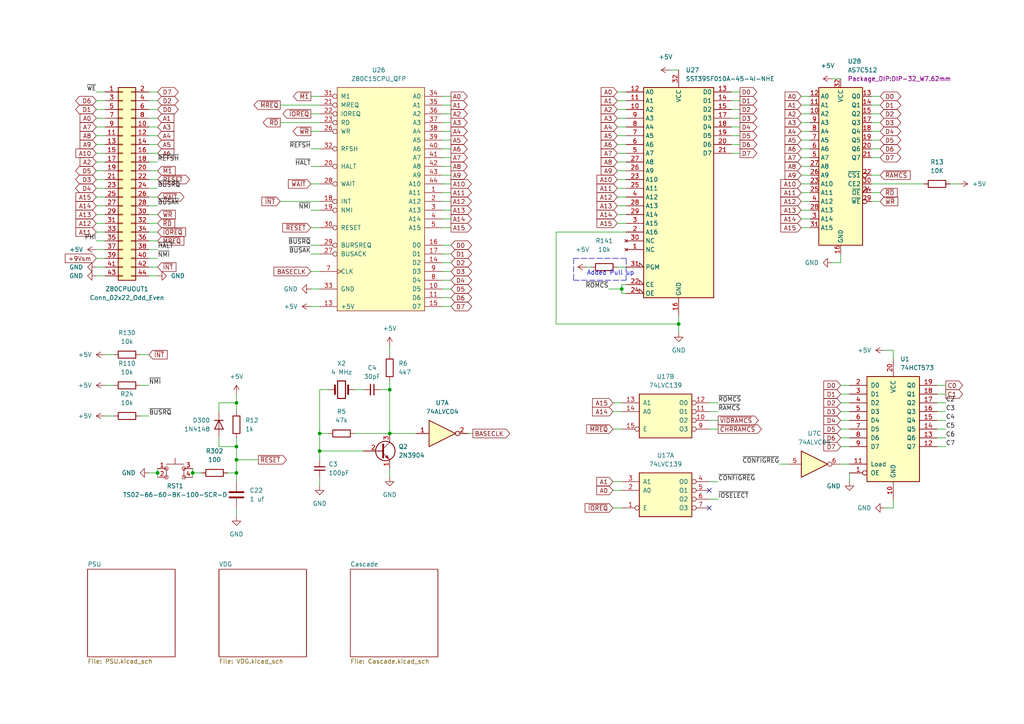
<source format=kicad_sch>
(kicad_sch (version 20211123) (generator eeschema)
  (paper "A4")
  (title_block (title "JupiterAce Z80 plus KIO and new memory format.") (date "2020-05-12") (rev "${REVNUM}") (company "Ontobus") (comment 1 "John Bradley") (comment 2 "https://creativecommons.org/licenses/by-nc-sa/4.0/") (comment 3 "Attribution-NonCommercial-ShareAlike 4.0 International License.") (comment 4 "This work is licensed under a Creative Commons "))
  (junction (at 68.58 116.84))
  (junction (at 113.03 125.73))
  (junction (at 68.58 133.35))
  (junction (at 68.58 137.16))
  (junction (at 196.85 93.98))
  (junction (at 55.88 137.16))
  (junction (at 92.71 130.81))
  (junction (at 113.03 113.03))
  (junction (at 45.72 137.16))
  (junction (at 92.71 125.73))
  (junction (at 68.58 129.54))
  (junction (at 180.34 83.82))
  (no_connect (at 205.74 142.24))
  (no_connect (at 205.74 147.32))
  (wire (pts (xy 102.87 113.03) (xy 105.41 113.03)))
  (wire (pts (xy 33.02 111.76) (xy 30.48 111.76)))
  (wire (pts (xy 43.18 57.15) (xy 45.72 57.15)))
  (wire (pts (xy 92.71 30.48) (xy 81.28 30.48)))
  (wire (pts (xy 271.78 121.92) (xy 274.32 121.92)))
  (wire (pts (xy 246.38 119.38) (xy 243.84 119.38)))
  (wire (pts (xy 181.61 31.75) (xy 179.07 31.75)))
  (wire (pts (xy 196.85 93.98) (xy 161.29 93.98)))
  (wire (pts (xy 92.71 48.26) (xy 90.17 48.26)))
  (wire (pts (xy 30.48 31.75) (xy 27.94 31.75)))
  (wire (pts (xy 128.27 35.56) (xy 130.81 35.56)))
  (wire (pts (xy 66.04 137.16) (xy 68.58 137.16)))
  (wire (pts (xy 30.48 52.07) (xy 27.94 52.07)))
  (wire (pts (xy 43.18 39.37) (xy 45.72 39.37)))
  (wire (pts (xy 43.18 34.29) (xy 45.72 34.29)))
  (wire (pts (xy 259.08 104.14) (xy 259.08 101.6)))
  (wire (pts (xy 212.09 36.83) (xy 214.63 36.83)))
  (wire (pts (xy 252.73 27.94) (xy 255.27 27.94)))
  (wire (pts (xy 181.61 82.55) (xy 180.34 82.55)))
  (wire (pts (xy 92.71 60.96) (xy 90.17 60.96)))
  (wire (pts (xy 45.72 137.16) (xy 45.72 138.43)))
  (wire (pts (xy 92.71 35.56) (xy 81.28 35.56)))
  (wire (pts (xy 212.09 39.37) (xy 214.63 39.37)))
  (wire (pts (xy 128.27 53.34) (xy 130.81 53.34)))
  (wire (pts (xy 68.58 119.38) (xy 68.58 116.84)))
  (wire (pts (xy 181.61 57.15) (xy 179.07 57.15)))
  (wire (pts (xy 30.48 62.23) (xy 27.94 62.23)))
  (wire (pts (xy 181.61 64.77) (xy 179.07 64.77)))
  (wire (pts (xy 181.61 39.37) (xy 179.07 39.37)))
  (wire (pts (xy 176.53 83.82) (xy 180.34 83.82)))
  (wire (pts (xy 181.61 59.69) (xy 179.07 59.69)))
  (wire (pts (xy 92.71 125.73) (xy 92.71 130.81)))
  (wire (pts (xy 43.18 36.83) (xy 45.72 36.83)))
  (wire (pts (xy 180.34 83.82) (xy 180.34 85.09)))
  (wire (pts (xy 92.71 33.02) (xy 90.17 33.02)))
  (wire (pts (xy 234.95 33.02) (xy 232.41 33.02)))
  (wire (pts (xy 234.95 66.04) (xy 232.41 66.04)))
  (wire (pts (xy 252.73 35.56) (xy 255.27 35.56)))
  (wire (pts (xy 30.48 59.69) (xy 27.94 59.69)))
  (wire (pts (xy 181.61 85.09) (xy 180.34 85.09)))
  (wire (pts (xy 275.59 53.34) (xy 278.13 53.34)))
  (wire (pts (xy 234.95 43.18) (xy 232.41 43.18)))
  (wire (pts (xy 128.27 48.26) (xy 130.81 48.26)))
  (wire (pts (xy 128.27 81.28) (xy 130.81 81.28)))
  (wire (pts (xy 68.58 129.54) (xy 63.5 129.54)))
  (wire (pts (xy 205.74 139.7) (xy 208.28 139.7)))
  (wire (pts (xy 43.18 26.67) (xy 45.72 26.67)))
  (wire (pts (xy 271.78 127) (xy 274.32 127)))
  (wire (pts (xy 113.03 125.73) (xy 120.65 125.73)))
  (wire (pts (xy 259.08 101.6) (xy 256.54 101.6)))
  (wire (pts (xy 252.73 50.8) (xy 255.27 50.8)))
  (wire (pts (xy 181.61 44.45) (xy 179.07 44.45)))
  (wire (pts (xy 90.17 43.18) (xy 92.71 43.18)))
  (wire (pts (xy 135.89 125.73) (xy 137.16 125.73)))
  (wire (pts (xy 243.84 73.66) (xy 243.84 76.2)))
  (wire (pts (xy 30.48 54.61) (xy 27.94 54.61)))
  (wire (pts (xy 180.34 142.24) (xy 177.8 142.24)))
  (wire (pts (xy 252.73 55.88) (xy 255.27 55.88)))
  (wire (pts (xy 55.88 137.16) (xy 55.88 138.43)))
  (wire (pts (xy 43.18 80.01) (xy 45.72 80.01)))
  (wire (pts (xy 40.64 120.65) (xy 43.18 120.65)))
  (wire (pts (xy 128.27 33.02) (xy 130.81 33.02)))
  (wire (pts (xy 128.27 45.72) (xy 130.81 45.72)))
  (wire (pts (xy 92.71 140.97) (xy 92.71 138.43)))
  (wire (pts (xy 271.78 129.54) (xy 274.32 129.54)))
  (wire (pts (xy 128.27 88.9) (xy 130.81 88.9)))
  (wire (pts (xy 234.95 50.8) (xy 232.41 50.8)))
  (wire (pts (xy 33.02 102.87) (xy 30.48 102.87)))
  (wire (pts (xy 30.48 72.39) (xy 27.94 72.39)))
  (wire (pts (xy 45.72 137.16) (xy 43.18 137.16)))
  (wire (pts (xy 246.38 116.84) (xy 243.84 116.84)))
  (wire (pts (xy 232.41 35.56) (xy 234.95 35.56)))
  (wire (pts (xy 246.38 129.54) (xy 243.84 129.54)))
  (wire (pts (xy 234.95 27.94) (xy 232.41 27.94)))
  (wire (pts (xy 92.71 83.82) (xy 90.17 83.82)))
  (wire (pts (xy 68.58 114.3) (xy 68.58 116.84)))
  (wire (pts (xy 196.85 93.98) (xy 196.85 96.52)))
  (wire (pts (xy 40.64 111.76) (xy 43.18 111.76)))
  (wire (pts (xy 90.17 78.74) (xy 92.71 78.74)))
  (wire (pts (xy 43.18 31.75) (xy 45.72 31.75)))
  (wire (pts (xy 128.27 63.5) (xy 130.81 63.5)))
  (wire (pts (xy 30.48 69.85) (xy 27.94 69.85)))
  (wire (pts (xy 68.58 133.35) (xy 74.93 133.35)))
  (wire (pts (xy 246.38 114.3) (xy 243.84 114.3)))
  (wire (pts (xy 128.27 38.1) (xy 130.81 38.1)))
  (wire (pts (xy 110.49 113.03) (xy 113.03 113.03)))
  (wire (pts (xy 43.18 49.53) (xy 45.72 49.53)))
  (wire (pts (xy 43.18 77.47) (xy 45.72 77.47)))
  (wire (pts (xy 43.18 62.23) (xy 45.72 62.23)))
  (wire (pts (xy 234.95 40.64) (xy 232.41 40.64)))
  (wire (pts (xy 92.71 53.34) (xy 90.17 53.34)))
  (wire (pts (xy 30.48 41.91) (xy 27.94 41.91)))
  (wire (pts (xy 180.34 119.38) (xy 177.8 119.38)))
  (wire (pts (xy 43.18 54.61) (xy 45.72 54.61)))
  (wire (pts (xy 30.48 39.37) (xy 27.94 39.37)))
  (wire (pts (xy 113.03 113.03) (xy 113.03 125.73)))
  (wire (pts (xy 180.34 82.55) (xy 180.34 83.82)))
  (wire (pts (xy 92.71 125.73) (xy 95.25 125.73)))
  (wire (pts (xy 234.95 38.1) (xy 232.41 38.1)))
  (wire (pts (xy 43.18 46.99) (xy 45.72 46.99)))
  (wire (pts (xy 128.27 76.2) (xy 130.81 76.2)))
  (wire (pts (xy 212.09 41.91) (xy 214.63 41.91)))
  (wire (pts (xy 271.78 119.38) (xy 274.32 119.38)))
  (wire (pts (xy 92.71 113.03) (xy 92.71 125.73)))
  (wire (pts (xy 212.09 34.29) (xy 214.63 34.29)))
  (wire (pts (xy 267.97 53.34) (xy 252.73 53.34)))
  (wire (pts (xy 43.18 69.85) (xy 45.72 69.85)))
  (wire (pts (xy 246.38 124.46) (xy 243.84 124.46)))
  (wire (pts (xy 246.38 127) (xy 243.84 127)))
  (wire (pts (xy 271.78 116.84) (xy 274.32 116.84)))
  (wire (pts (xy 30.48 46.99) (xy 27.94 46.99)))
  (wire (pts (xy 234.95 48.26) (xy 232.41 48.26)))
  (wire (pts (xy 234.95 53.34) (xy 232.41 53.34)))
  (wire (pts (xy 180.34 116.84) (xy 177.8 116.84)))
  (wire (pts (xy 234.95 58.42) (xy 232.41 58.42)))
  (wire (pts (xy 43.18 52.07) (xy 45.72 52.07)))
  (wire (pts (xy 128.27 86.36) (xy 130.81 86.36)))
  (wire (pts (xy 246.38 111.76) (xy 243.84 111.76)))
  (polyline (pts (xy 181.61 81.28) (xy 181.61 74.93)))
  (wire (pts (xy 241.3 76.2) (xy 243.84 76.2)))
  (wire (pts (xy 252.73 58.42) (xy 255.27 58.42)))
  (wire (pts (xy 68.58 129.54) (xy 68.58 133.35)))
  (wire (pts (xy 128.27 43.18) (xy 130.81 43.18)))
  (wire (pts (xy 68.58 133.35) (xy 68.58 137.16)))
  (wire (pts (xy 271.78 124.46) (xy 274.32 124.46)))
  (wire (pts (xy 30.48 34.29) (xy 27.94 34.29)))
  (wire (pts (xy 243.84 134.62) (xy 246.38 134.62)))
  (wire (pts (xy 30.48 44.45) (xy 27.94 44.45)))
  (wire (pts (xy 128.27 40.64) (xy 130.81 40.64)))
  (wire (pts (xy 40.64 102.87) (xy 43.18 102.87)))
  (wire (pts (xy 181.61 77.47) (xy 179.07 77.47)))
  (wire (pts (xy 43.18 59.69) (xy 45.72 59.69)))
  (wire (pts (xy 30.48 67.31) (xy 27.94 67.31)))
  (wire (pts (xy 128.27 60.96) (xy 130.81 60.96)))
  (wire (pts (xy 128.27 78.74) (xy 130.81 78.74)))
  (wire (pts (xy 102.87 125.73) (xy 113.03 125.73)))
  (wire (pts (xy 205.74 124.46) (xy 208.28 124.46)))
  (wire (pts (xy 252.73 45.72) (xy 255.27 45.72)))
  (wire (pts (xy 246.38 121.92) (xy 243.84 121.92)))
  (wire (pts (xy 271.78 114.3) (xy 274.32 114.3)))
  (wire (pts (xy 226.06 134.62) (xy 228.6 134.62)))
  (wire (pts (xy 92.71 73.66) (xy 90.17 73.66)))
  (wire (pts (xy 181.61 41.91) (xy 179.07 41.91)))
  (wire (pts (xy 128.27 50.8) (xy 130.81 50.8)))
  (wire (pts (xy 68.58 116.84) (xy 63.5 116.84)))
  (wire (pts (xy 30.48 74.93) (xy 27.94 74.93)))
  (wire (pts (xy 45.72 135.89) (xy 45.72 137.16)))
  (wire (pts (xy 212.09 31.75) (xy 214.63 31.75)))
  (wire (pts (xy 63.5 116.84) (xy 63.5 119.38)))
  (wire (pts (xy 92.71 58.42) (xy 81.28 58.42)))
  (wire (pts (xy 171.45 77.47) (xy 170.18 77.47)))
  (wire (pts (xy 27.94 77.47) (xy 30.48 77.47)))
  (wire (pts (xy 30.48 29.21) (xy 27.94 29.21)))
  (wire (pts (xy 30.48 80.01) (xy 27.94 80.01)))
  (wire (pts (xy 90.17 71.12) (xy 92.71 71.12)))
  (wire (pts (xy 43.18 67.31) (xy 45.72 67.31)))
  (wire (pts (xy 180.34 139.7) (xy 177.8 139.7)))
  (wire (pts (xy 58.42 137.16) (xy 55.88 137.16)))
  (wire (pts (xy 181.61 52.07) (xy 179.07 52.07)))
  (wire (pts (xy 43.18 64.77) (xy 45.72 64.77)))
  (wire (pts (xy 68.58 137.16) (xy 68.58 139.7)))
  (wire (pts (xy 196.85 20.32) (xy 194.31 20.32)))
  (wire (pts (xy 252.73 40.64) (xy 255.27 40.64)))
  (wire (pts (xy 205.74 119.38) (xy 208.28 119.38)))
  (wire (pts (xy 128.27 55.88) (xy 130.81 55.88)))
  (wire (pts (xy 181.61 49.53) (xy 179.07 49.53)))
  (wire (pts (xy 212.09 44.45) (xy 214.63 44.45)))
  (wire (pts (xy 30.48 64.77) (xy 27.94 64.77)))
  (wire (pts (xy 43.18 29.21) (xy 45.72 29.21)))
  (wire (pts (xy 92.71 38.1) (xy 90.17 38.1)))
  (wire (pts (xy 92.71 27.94) (xy 90.17 27.94)))
  (wire (pts (xy 68.58 127) (xy 68.58 129.54)))
  (wire (pts (xy 90.17 88.9) (xy 92.71 88.9)))
  (wire (pts (xy 45.72 74.93) (xy 43.18 74.93)))
  (wire (pts (xy 212.09 26.67) (xy 214.63 26.67)))
  (wire (pts (xy 181.61 62.23) (xy 179.07 62.23)))
  (wire (pts (xy 30.48 57.15) (xy 27.94 57.15)))
  (wire (pts (xy 43.18 44.45) (xy 45.72 44.45)))
  (wire (pts (xy 180.34 147.32) (xy 177.8 147.32)))
  (wire (pts (xy 30.48 49.53) (xy 27.94 49.53)))
  (wire (pts (xy 205.74 116.84) (xy 208.28 116.84)))
  (wire (pts (xy 30.48 36.83) (xy 27.94 36.83)))
  (wire (pts (xy 63.5 127) (xy 63.5 129.54)))
  (wire (pts (xy 92.71 130.81) (xy 92.71 133.35)))
  (wire (pts (xy 259.08 144.78) (xy 259.08 147.32)))
  (wire (pts (xy 128.27 58.42) (xy 130.81 58.42)))
  (wire (pts (xy 234.95 63.5) (xy 232.41 63.5)))
  (wire (pts (xy 128.27 27.94) (xy 130.81 27.94)))
  (wire (pts (xy 271.78 111.76) (xy 274.32 111.76)))
  (polyline (pts (xy 166.37 81.28) (xy 181.61 81.28)))
  (wire (pts (xy 128.27 66.04) (xy 130.81 66.04)))
  (wire (pts (xy 234.95 30.48) (xy 232.41 30.48)))
  (wire (pts (xy 196.85 91.44) (xy 196.85 93.98)))
  (wire (pts (xy 128.27 30.48) (xy 130.81 30.48)))
  (wire (pts (xy 181.61 36.83) (xy 179.07 36.83)))
  (wire (pts (xy 234.95 55.88) (xy 232.41 55.88)))
  (wire (pts (xy 234.95 60.96) (xy 232.41 60.96)))
  (polyline (pts (xy 181.61 74.93) (xy 166.37 74.93)))
  (wire (pts (xy 92.71 113.03) (xy 95.25 113.03)))
  (wire (pts (xy 252.73 30.48) (xy 255.27 30.48)))
  (polyline (pts (xy 166.37 74.93) (xy 166.37 81.28)))
  (wire (pts (xy 68.58 147.32) (xy 68.58 149.86)))
  (wire (pts (xy 252.73 33.02) (xy 255.27 33.02)))
  (wire (pts (xy 30.48 26.67) (xy 27.94 26.67)))
  (wire (pts (xy 181.61 29.21) (xy 179.07 29.21)))
  (wire (pts (xy 113.03 110.49) (xy 113.03 113.03)))
  (wire (pts (xy 113.03 135.89) (xy 113.03 138.43)))
  (wire (pts (xy 205.74 144.78) (xy 208.28 144.78)))
  (wire (pts (xy 256.54 147.32) (xy 259.08 147.32)))
  (wire (pts (xy 128.27 73.66) (xy 130.81 73.66)))
  (wire (pts (xy 205.74 121.92) (xy 208.28 121.92)))
  (wire (pts (xy 181.61 34.29) (xy 179.07 34.29)))
  (wire (pts (xy 252.73 43.18) (xy 255.27 43.18)))
  (wire (pts (xy 234.95 45.72) (xy 232.41 45.72)))
  (wire (pts (xy 246.38 137.16) (xy 246.38 139.7)))
  (wire (pts (xy 90.17 66.04) (xy 92.71 66.04)))
  (wire (pts (xy 161.29 67.31) (xy 161.29 93.98)))
  (wire (pts (xy 128.27 71.12) (xy 130.81 71.12)))
  (wire (pts (xy 30.48 120.65) (xy 33.02 120.65)))
  (wire (pts (xy 161.29 67.31) (xy 181.61 67.31)))
  (wire (pts (xy 128.27 83.82) (xy 130.81 83.82)))
  (wire (pts (xy 212.09 29.21) (xy 214.63 29.21)))
  (wire (pts (xy 113.03 102.87) (xy 113.03 100.33)))
  (wire (pts (xy 181.61 26.67) (xy 179.07 26.67)))
  (wire (pts (xy 252.73 38.1) (xy 255.27 38.1)))
  (wire (pts (xy 181.61 46.99) (xy 179.07 46.99)))
  (wire (pts (xy 177.8 124.46) (xy 180.34 124.46)))
  (wire (pts (xy 243.84 22.86) (xy 241.3 22.86)))
  (wire (pts (xy 55.88 135.89) (xy 55.88 137.16)))
  (wire (pts (xy 181.61 54.61) (xy 179.07 54.61)))
  (wire (pts (xy 43.18 41.91) (xy 45.72 41.91)))
  (wire (pts (xy 92.71 130.81) (xy 105.41 130.81)))
  (wire (pts (xy 43.18 72.39) (xy 45.72 72.39)))
  (text "Added Pull up" (at 170.18 80.01 0) (effects (font (size 1.27 1.27)) (justify left bottom)))
  (label "~{CONFIGREG}" (at 226.06 134.62 180))
  (label "C4" (at 274.32 121.92 0))
  (label "C2" (at 274.32 116.84 0))
  (label "C3" (at 274.32 119.38 0))
  (label "C6" (at 274.32 127 0))
  (label "~{REFSH}" (at 90.17 43.18 0))
  (label "~{IOSELECT}" (at 208.28 144.78 0))
  (label "~{RAMCS}" (at 208.28 119.38 0))
  (label "~{BUSAK}" (at 90.17 73.66 180))
  (label "~{HALT}" (at 45.72 72.39 0))
  (label "~{ROMCS}" (at 176.53 83.82 180))
  (label "~{BUSRQ}" (at 45.72 54.61 0))
  (label "PHI" (at 27.94 69.85 180))
  (label "~{NMI}" (at 90.17 60.96 180))
  (label "~{WE}" (at 27.94 26.67 180))
  (label "~{BUSRQ}" (at 90.17 71.12 180))
  (label "~{NMI}" (at 45.72 74.93 0))
  (label "~{NMI}" (at 43.18 111.76 0))
  (label "~{HALT}" (at 90.17 48.26 180))
  (label "~{BUSRQ}" (at 43.18 120.65 0))
  (label "~{CONFIGREG}" (at 208.28 139.7 0))
  (label "~{BUSAK}" (at 45.72 59.69 0))
  (label "C5" (at 274.32 124.46 0))
  (label "C7" (at 274.32 129.54 0))
  (label "~{REFSH}" (at 45.72 46.99 0))
  (label "~{ROMCS}" (at 208.28 116.84 0))
  (global_label "D3" (shape output) (at 214.63 34.29 0) (property "Intersheet References" "${INTERSHEET_REFS}" (at 219.5226 34.2106 0) (effects (justify left))))
  (global_label "D3" (shape bidirectional) (at 130.81 78.74 0) (property "Intersheet References" "${INTERSHEET_REFS}" (at 135.7026 78.6606 0) (effects (justify left))))
  (global_label "BASECLK" (shape input) (at 90.17 78.74 180) (property "Intersheet References" "${INTERSHEET_REFS}" (at 79.4717 78.6606 0) (effects (justify right))))
  (global_label "~{RD}" (shape input) (at 45.72 64.77 0) (property "Intersheet References" "${INTERSHEET_REFS}" (at 50.6731 64.6906 0) (effects (justify left))))
  (global_label "~{CHRRAMCS}" (shape output) (at 208.28 124.46 0) (property "Intersheet References" "${INTERSHEET_REFS}" (at 220.8531 124.3806 0) (effects (justify left))))
  (global_label "A14" (shape output) (at 130.81 63.5 0) (property "Intersheet References" "${INTERSHEET_REFS}" (at 136.7307 63.4206 0) (effects (justify left))))
  (global_label "A10" (shape input) (at 179.07 52.07 180) (property "Intersheet References" "${INTERSHEET_REFS}" (at 173.1493 51.9906 0) (effects (justify right))))
  (global_label "~{MREQ}" (shape input) (at 45.72 69.85 0) (property "Intersheet References" "${INTERSHEET_REFS}" (at 53.3341 69.7706 0) (effects (justify left))))
  (global_label "D6" (shape output) (at 214.63 41.91 0) (property "Intersheet References" "${INTERSHEET_REFS}" (at 219.5226 41.8306 0) (effects (justify left))))
  (global_label "~{IOREQ}" (shape output) (at 90.17 33.02 180) (property "Intersheet References" "${INTERSHEET_REFS}" (at 82.0721 32.9406 0) (effects (justify right))))
  (global_label "A2" (shape input) (at 27.94 46.99 180) (property "Intersheet References" "${INTERSHEET_REFS}" (at 23.2288 46.9106 0) (effects (justify right))))
  (global_label "~{WAIT}" (shape input) (at 90.17 53.34 180) (property "Intersheet References" "${INTERSHEET_REFS}" (at 83.6445 53.2606 0) (effects (justify right))))
  (global_label "A1" (shape output) (at 130.81 30.48 0) (property "Intersheet References" "${INTERSHEET_REFS}" (at 135.5212 30.4006 0) (effects (justify left))))
  (global_label "~{WR}" (shape input) (at 255.27 58.42 0) (property "Intersheet References" "${INTERSHEET_REFS}" (at 260.4045 58.3406 0) (effects (justify left))))
  (global_label "A15" (shape input) (at 177.8 116.84 180) (property "Intersheet References" "${INTERSHEET_REFS}" (at 171.8793 116.7606 0) (effects (justify right))))
  (global_label "D4" (shape bidirectional) (at 255.27 38.1 0) (property "Intersheet References" "${INTERSHEET_REFS}" (at 260.1626 38.0206 0) (effects (justify left))))
  (global_label "~{INT}" (shape input) (at 43.18 102.87 0) (property "Intersheet References" "${INTERSHEET_REFS}" (at 48.496 102.7906 0) (effects (justify left))))
  (global_label "D7" (shape bidirectional) (at 255.27 45.72 0) (property "Intersheet References" "${INTERSHEET_REFS}" (at 260.1626 45.6406 0) (effects (justify left))))
  (global_label "A0" (shape input) (at 177.8 142.24 180) (property "Intersheet References" "${INTERSHEET_REFS}" (at 173.0888 142.1606 0) (effects (justify right))))
  (global_label "D1" (shape bidirectional) (at 130.81 73.66 0) (property "Intersheet References" "${INTERSHEET_REFS}" (at 135.7026 73.5806 0) (effects (justify left))))
  (global_label "A11" (shape input) (at 232.41 55.88 180) (property "Intersheet References" "${INTERSHEET_REFS}" (at 226.4893 55.8006 0) (effects (justify right))))
  (global_label "A2" (shape input) (at 232.41 33.02 180) (property "Intersheet References" "${INTERSHEET_REFS}" (at 227.6988 32.9406 0) (effects (justify right))))
  (global_label "~{WR}" (shape input) (at 45.72 62.23 0) (property "Intersheet References" "${INTERSHEET_REFS}" (at 50.8545 62.1506 0) (effects (justify left))))
  (global_label "A4" (shape input) (at 232.41 38.1 180) (property "Intersheet References" "${INTERSHEET_REFS}" (at 227.6988 38.0206 0) (effects (justify right))))
  (global_label "D2" (shape bidirectional) (at 255.27 33.02 0) (property "Intersheet References" "${INTERSHEET_REFS}" (at 260.1626 32.9406 0) (effects (justify left))))
  (global_label "A13" (shape input) (at 27.94 62.23 180) (property "Intersheet References" "${INTERSHEET_REFS}" (at 22.0193 62.1506 0) (effects (justify right))))
  (global_label "A3" (shape output) (at 130.81 35.56 0) (property "Intersheet References" "${INTERSHEET_REFS}" (at 135.5212 35.4806 0) (effects (justify left))))
  (global_label "A13" (shape input) (at 232.41 60.96 180) (property "Intersheet References" "${INTERSHEET_REFS}" (at 226.4893 60.8806 0) (effects (justify right))))
  (global_label "A0" (shape output) (at 130.81 27.94 0) (property "Intersheet References" "${INTERSHEET_REFS}" (at 135.5212 27.8606 0) (effects (justify left))))
  (global_label "~{MREQ}" (shape output) (at 81.28 30.48 180) (property "Intersheet References" "${INTERSHEET_REFS}" (at 73.6659 30.4006 0) (effects (justify right))))
  (global_label "~{RESET}" (shape input) (at 90.17 66.04 180) (property "Intersheet References" "${INTERSHEET_REFS}" (at 82.0117 65.9606 0) (effects (justify right))))
  (global_label "A15" (shape input) (at 179.07 64.77 180) (property "Intersheet References" "${INTERSHEET_REFS}" (at 173.1493 64.6906 0) (effects (justify right))))
  (global_label "A3" (shape input) (at 232.41 35.56 180) (property "Intersheet References" "${INTERSHEET_REFS}" (at 227.6988 35.4806 0) (effects (justify right))))
  (global_label "A13" (shape output) (at 130.81 60.96 0) (property "Intersheet References" "${INTERSHEET_REFS}" (at 136.7307 60.8806 0) (effects (justify left))))
  (global_label "+9Vsm" (shape input) (at 27.94 74.93 180) (property "Intersheet References" "${INTERSHEET_REFS}" (at 18.935 74.8506 0) (effects (justify right))))
  (global_label "A12" (shape input) (at 232.41 58.42 180) (property "Intersheet References" "${INTERSHEET_REFS}" (at 226.4893 58.3406 0) (effects (justify right))))
  (global_label "A7" (shape input) (at 27.94 36.83 180) (property "Intersheet References" "${INTERSHEET_REFS}" (at 23.2288 36.7506 0) (effects (justify right))))
  (global_label "A1" (shape input) (at 45.72 34.29 0) (property "Intersheet References" "${INTERSHEET_REFS}" (at 50.4312 34.2106 0) (effects (justify left))))
  (global_label "D2" (shape bidirectional) (at 130.81 76.2 0) (property "Intersheet References" "${INTERSHEET_REFS}" (at 135.7026 76.1206 0) (effects (justify left))))
  (global_label "~{WAIT}" (shape bidirectional) (at 45.72 57.15 0) (property "Intersheet References" "${INTERSHEET_REFS}" (at 52.2455 57.0706 0) (effects (justify left))))
  (global_label "D4" (shape output) (at 214.63 36.83 0) (property "Intersheet References" "${INTERSHEET_REFS}" (at 219.5226 36.7506 0) (effects (justify left))))
  (global_label "D5" (shape bidirectional) (at 27.94 49.53 180) (property "Intersheet References" "${INTERSHEET_REFS}" (at 23.0474 49.4506 0) (effects (justify right))))
  (global_label "D4" (shape input) (at 243.84 121.92 180) (property "Intersheet References" "${INTERSHEET_REFS}" (at 238.9474 121.8406 0) (effects (justify right))))
  (global_label "~{IOREQ}" (shape input) (at 177.8 147.32 180) (property "Intersheet References" "${INTERSHEET_REFS}" (at 169.7021 147.2406 0) (effects (justify right))))
  (global_label "A6" (shape input) (at 179.07 41.91 180) (property "Intersheet References" "${INTERSHEET_REFS}" (at 174.3588 41.8306 0) (effects (justify right))))
  (global_label "A15" (shape output) (at 130.81 66.04 0) (property "Intersheet References" "${INTERSHEET_REFS}" (at 136.7307 65.9606 0) (effects (justify left))))
  (global_label "C1" (shape output) (at 274.32 114.3 0) (property "Intersheet References" "${INTERSHEET_REFS}" (at 279.2126 114.2206 0) (effects (justify left))))
  (global_label "D6" (shape bidirectional) (at 27.94 29.21 180) (property "Intersheet References" "${INTERSHEET_REFS}" (at 23.0474 29.1306 0) (effects (justify right))))
  (global_label "D0" (shape bidirectional) (at 130.81 71.12 0) (property "Intersheet References" "${INTERSHEET_REFS}" (at 135.7026 71.0406 0) (effects (justify left))))
  (global_label "D2" (shape input) (at 243.84 116.84 180) (property "Intersheet References" "${INTERSHEET_REFS}" (at 238.9474 116.7606 0) (effects (justify right))))
  (global_label "D7" (shape bidirectional) (at 130.81 88.9 0) (property "Intersheet References" "${INTERSHEET_REFS}" (at 135.7026 88.8206 0) (effects (justify left))))
  (global_label "BASECLK" (shape output) (at 137.16 125.73 0) (property "Intersheet References" "${INTERSHEET_REFS}" (at 147.8583 125.6506 0) (effects (justify left))))
  (global_label "D5" (shape output) (at 214.63 39.37 0) (property "Intersheet References" "${INTERSHEET_REFS}" (at 219.5226 39.2906 0) (effects (justify left))))
  (global_label "~{WR}" (shape output) (at 90.17 38.1 180) (property "Intersheet References" "${INTERSHEET_REFS}" (at 85.0355 38.0206 0) (effects (justify right))))
  (global_label "A15" (shape input) (at 232.41 66.04 180) (property "Intersheet References" "${INTERSHEET_REFS}" (at 226.4893 65.9606 0) (effects (justify right))))
  (global_label "D3" (shape bidirectional) (at 255.27 35.56 0) (property "Intersheet References" "${INTERSHEET_REFS}" (at 260.1626 35.4806 0) (effects (justify left))))
  (global_label "A14" (shape input) (at 27.94 59.69 180) (property "Intersheet References" "${INTERSHEET_REFS}" (at 22.0193 59.6106 0) (effects (justify right))))
  (global_label "A10" (shape output) (at 130.81 53.34 0) (property "Intersheet References" "${INTERSHEET_REFS}" (at 136.7307 53.2606 0) (effects (justify left))))
  (global_label "A8" (shape input) (at 179.07 46.99 180) (property "Intersheet References" "${INTERSHEET_REFS}" (at 174.3588 46.9106 0) (effects (justify right))))
  (global_label "D5" (shape bidirectional) (at 255.27 40.64 0) (property "Intersheet References" "${INTERSHEET_REFS}" (at 260.1626 40.5606 0) (effects (justify left))))
  (global_label "A5" (shape input) (at 45.72 41.91 0) (property "Intersheet References" "${INTERSHEET_REFS}" (at 50.4312 41.8306 0) (effects (justify left))))
  (global_label "A7" (shape output) (at 130.81 45.72 0) (property "Intersheet References" "${INTERSHEET_REFS}" (at 135.5212 45.6406 0) (effects (justify left))))
  (global_label "D4" (shape bidirectional) (at 130.81 81.28 0) (property "Intersheet References" "${INTERSHEET_REFS}" (at 135.7026 81.2006 0) (effects (justify left))))
  (global_label "D7" (shape bidirectional) (at 45.72 26.67 0) (property "Intersheet References" "${INTERSHEET_REFS}" (at 50.6126 26.5906 0) (effects (justify left))))
  (global_label "A7" (shape input) (at 179.07 44.45 180) (property "Intersheet References" "${INTERSHEET_REFS}" (at 174.3588 44.3706 0) (effects (justify right))))
  (global_label "A5" (shape input) (at 179.07 39.37 180) (property "Intersheet References" "${INTERSHEET_REFS}" (at 174.3588 39.2906 0) (effects (justify right))))
  (global_label "~{RESET}" (shape output) (at 74.93 133.35 0) (property "Intersheet References" "${INTERSHEET_REFS}" (at 83.0883 133.2706 0) (effects (justify left))))
  (global_label "D1" (shape output) (at 214.63 29.21 0) (property "Intersheet References" "${INTERSHEET_REFS}" (at 219.5226 29.1306 0) (effects (justify left))))
  (global_label "A9" (shape output) (at 130.81 50.8 0) (property "Intersheet References" "${INTERSHEET_REFS}" (at 135.5212 50.7206 0) (effects (justify left))))
  (global_label "A4" (shape input) (at 179.07 36.83 180) (property "Intersheet References" "${INTERSHEET_REFS}" (at 174.3588 36.7506 0) (effects (justify right))))
  (global_label "D5" (shape input) (at 243.84 124.46 180) (property "Intersheet References" "${INTERSHEET_REFS}" (at 238.9474 124.3806 0) (effects (justify right))))
  (global_label "A9" (shape input) (at 232.41 50.8 180) (property "Intersheet References" "${INTERSHEET_REFS}" (at 227.6988 50.7206 0) (effects (justify right))))
  (global_label "D3" (shape input) (at 243.84 119.38 180) (property "Intersheet References" "${INTERSHEET_REFS}" (at 238.9474 119.3006 0) (effects (justify right))))
  (global_label "D5" (shape bidirectional) (at 130.81 83.82 0) (property "Intersheet References" "${INTERSHEET_REFS}" (at 135.7026 83.7406 0) (effects (justify left))))
  (global_label "D1" (shape bidirectional) (at 255.27 30.48 0) (property "Intersheet References" "${INTERSHEET_REFS}" (at 260.1626 30.4006 0) (effects (justify left))))
  (global_label "D6" (shape bidirectional) (at 255.27 43.18 0) (property "Intersheet References" "${INTERSHEET_REFS}" (at 260.1626 43.1006 0) (effects (justify left))))
  (global_label "A10" (shape input) (at 27.94 44.45 180) (property "Intersheet References" "${INTERSHEET_REFS}" (at 22.0193 44.3706 0) (effects (justify right))))
  (global_label "A12" (shape output) (at 130.81 58.42 0) (property "Intersheet References" "${INTERSHEET_REFS}" (at 136.7307 58.3406 0) (effects (justify left))))
  (global_label "~{RESET}" (shape bidirectional) (at 45.72 52.07 0) (property "Intersheet References" "${INTERSHEET_REFS}" (at 53.8783 51.9906 0) (effects (justify left))))
  (global_label "A3" (shape input) (at 45.72 36.83 0) (property "Intersheet References" "${INTERSHEET_REFS}" (at 50.4312 36.7506 0) (effects (justify left))))
  (global_label "A14" (shape input) (at 179.07 62.23 180) (property "Intersheet References" "${INTERSHEET_REFS}" (at 173.1493 62.1506 0) (effects (justify right))))
  (global_label "A3" (shape input) (at 179.07 34.29 180) (property "Intersheet References" "${INTERSHEET_REFS}" (at 174.3588 34.2106 0) (effects (justify right))))
  (global_label "~{IOREQ}" (shape input) (at 45.72 67.31 0) (property "Intersheet References" "${INTERSHEET_REFS}" (at 53.8179 67.2306 0) (effects (justify left))))
  (global_label "A6" (shape output) (at 130.81 43.18 0) (property "Intersheet References" "${INTERSHEET_REFS}" (at 135.5212 43.1006 0) (effects (justify left))))
  (global_label "A9" (shape input) (at 179.07 49.53 180) (property "Intersheet References" "${INTERSHEET_REFS}" (at 174.3588 49.4506 0) (effects (justify right))))
  (global_label "D0" (shape bidirectional) (at 255.27 27.94 0) (property "Intersheet References" "${INTERSHEET_REFS}" (at 260.1626 27.8606 0) (effects (justify left))))
  (global_label "A1" (shape input) (at 179.07 29.21 180) (property "Intersheet References" "${INTERSHEET_REFS}" (at 174.3588 29.1306 0) (effects (justify right))))
  (global_label "~{M1}" (shape input) (at 45.72 49.53 0) (property "Intersheet References" "${INTERSHEET_REFS}" (at 50.7941 49.4506 0) (effects (justify left))))
  (global_label "A12" (shape input) (at 27.94 64.77 180) (property "Intersheet References" "${INTERSHEET_REFS}" (at 22.0193 64.6906 0) (effects (justify right))))
  (global_label "A8" (shape output) (at 130.81 48.26 0) (property "Intersheet References" "${INTERSHEET_REFS}" (at 135.5212 48.1806 0) (effects (justify left))))
  (global_label "~{MREQ}" (shape input) (at 177.8 124.46 180) (property "Intersheet References" "${INTERSHEET_REFS}" (at 170.1859 124.3806 0) (effects (justify right))))
  (global_label "A0" (shape input) (at 232.41 27.94 180) (property "Intersheet References" "${INTERSHEET_REFS}" (at 227.6988 27.8606 0) (effects (justify right))))
  (global_label "D6" (shape input) (at 243.84 127 180) (property "Intersheet References" "${INTERSHEET_REFS}" (at 238.9474 126.9206 0) (effects (justify right))))
  (global_label "D4" (shape bidirectional) (at 27.94 54.61 180) (property "Intersheet References" "${INTERSHEET_REFS}" (at 23.0474 54.5306 0) (effects (justify right))))
  (global_label "A2" (shape output) (at 130.81 33.02 0) (property "Intersheet References" "${INTERSHEET_REFS}" (at 135.5212 32.9406 0) (effects (justify left))))
  (global_label "A8" (shape input) (at 232.41 48.26 180) (property "Intersheet References" "${INTERSHEET_REFS}" (at 227.6988 48.1806 0) (effects (justify right))))
  (global_label "A4" (shape output) (at 130.81 38.1 0) (property "Intersheet References" "${INTERSHEET_REFS}" (at 135.5212 38.0206 0) (effects (justify left))))
  (global_label "~{INT}" (shape input) (at 45.72 77.47 0) (property "Intersheet References" "${INTERSHEET_REFS}" (at 51.036 77.3906 0) (effects (justify left))))
  (global_label "D7" (shape input) (at 243.84 129.54 180) (property "Intersheet References" "${INTERSHEET_REFS}" (at 238.9474 129.4606 0) (effects (justify right))))
  (global_label "A0" (shape input) (at 27.94 34.29 180) (property "Intersheet References" "${INTERSHEET_REFS}" (at 23.2288 34.2106 0) (effects (justify right))))
  (global_label "~{RD}" (shape input) (at 255.27 55.88 0) (property "Intersheet References" "${INTERSHEET_REFS}" (at 260.2231 55.8006 0) (effects (justify left))))
  (global_label "A7" (shape input) (at 232.41 45.72 180) (property "Intersheet References" "${INTERSHEET_REFS}" (at 227.6988 45.6406 0) (effects (justify right))))
  (global_label "D0" (shape bidirectional) (at 45.72 31.75 0) (property "Intersheet References" "${INTERSHEET_REFS}" (at 50.6126 31.6706 0) (effects (justify left))))
  (global_label "D1" (shape bidirectional) (at 27.94 31.75 180) (property "Intersheet References" "${INTERSHEET_REFS}" (at 23.0474 31.6706 0) (effects (justify right))))
  (global_label "A5" (shape output) (at 130.81 40.64 0) (property "Intersheet References" "${INTERSHEET_REFS}" (at 135.5212 40.5606 0) (effects (justify left))))
  (global_label "D0" (shape input) (at 243.84 111.76 180) (property "Intersheet References" "${INTERSHEET_REFS}" (at 238.9474 111.6806 0) (effects (justify right))))
  (global_label "A11" (shape input) (at 179.07 54.61 180) (property "Intersheet References" "${INTERSHEET_REFS}" (at 173.1493 54.5306 0) (effects (justify right))))
  (global_label "A0" (shape input) (at 179.07 26.67 180) (property "Intersheet References" "${INTERSHEET_REFS}" (at 174.3588 26.5906 0) (effects (justify right))))
  (global_label "A2" (shape input) (at 179.07 31.75 180) (property "Intersheet References" "${INTERSHEET_REFS}" (at 174.3588 31.6706 0) (effects (justify right))))
  (global_label "~{VIDRAMCS}" (shape output) (at 208.28 121.92 0) (property "Intersheet References" "${INTERSHEET_REFS}" (at 219.946 121.8406 0) (effects (justify left))))
  (global_label "A8" (shape input) (at 27.94 39.37 180) (property "Intersheet References" "${INTERSHEET_REFS}" (at 23.2288 39.2906 0) (effects (justify right))))
  (global_label "A11" (shape input) (at 27.94 67.31 180) (property "Intersheet References" "${INTERSHEET_REFS}" (at 22.0193 67.2306 0) (effects (justify right))))
  (global_label "A14" (shape input) (at 177.8 119.38 180) (property "Intersheet References" "${INTERSHEET_REFS}" (at 171.8793 119.3006 0) (effects (justify right))))
  (global_label "A6" (shape input) (at 45.72 44.45 0) (property "Intersheet References" "${INTERSHEET_REFS}" (at 50.4312 44.3706 0) (effects (justify left))))
  (global_label "D6" (shape bidirectional) (at 130.81 86.36 0) (property "Intersheet References" "${INTERSHEET_REFS}" (at 135.7026 86.2806 0) (effects (justify left))))
  (global_label "A5" (shape input) (at 232.41 40.64 180) (property "Intersheet References" "${INTERSHEET_REFS}" (at 227.6988 40.5606 0) (effects (justify right))))
  (global_label "~{INT}" (shape input) (at 81.28 58.42 180) (property "Intersheet References" "${INTERSHEET_REFS}" (at 75.964 58.3406 0) (effects (justify right))))
  (global_label "A9" (shape input) (at 27.94 41.91 180) (property "Intersheet References" "${INTERSHEET_REFS}" (at 23.2288 41.8306 0) (effects (justify right))))
  (global_label "D2" (shape bidirectional) (at 45.72 29.21 0) (property "Intersheet References" "${INTERSHEET_REFS}" (at 50.6126 29.1306 0) (effects (justify left))))
  (global_label "C0" (shape output) (at 274.32 111.76 0) (property "Intersheet References" "${INTERSHEET_REFS}" (at 279.2126 111.6806 0) (effects (justify left))))
  (global_label "A15" (shape input) (at 27.94 57.15 180) (property "Intersheet References" "${INTERSHEET_REFS}" (at 22.0193 57.0706 0) (effects (justify right))))
  (global_label "D1" (shape input) (at 243.84 114.3 180) (property "Intersheet References" "${INTERSHEET_REFS}" (at 238.9474 114.2206 0) (effects (justify right))))
  (global_label "A11" (shape output) (at 130.81 55.88 0) (property "Intersheet References" "${INTERSHEET_REFS}" (at 136.7307 55.8006 0) (effects (justify left))))
  (global_label "D0" (shape output) (at 214.63 26.67 0) (property "Intersheet References" "${INTERSHEET_REFS}" (at 219.5226 26.5906 0) (effects (justify left))))
  (global_label "~{RD}" (shape output) (at 81.28 35.56 180) (property "Intersheet References" "${INTERSHEET_REFS}" (at 76.3269 35.4806 0) (effects (justify right))))
  (global_label "A14" (shape input) (at 232.41 63.5 180) (property "Intersheet References" "${INTERSHEET_REFS}" (at 226.4893 63.4206 0) (effects (justify right))))
  (global_label "D2" (shape output) (at 214.63 31.75 0) (property "Intersheet References" "${INTERSHEET_REFS}" (at 219.5226 31.6706 0) (effects (justify left))))
  (global_label "A6" (shape input) (at 232.41 43.18 180) (property "Intersheet References" "${INTERSHEET_REFS}" (at 227.6988 43.1006 0) (effects (justify right))))
  (global_label "A12" (shape input) (at 179.07 57.15 180) (property "Intersheet References" "${INTERSHEET_REFS}" (at 173.1493 57.0706 0) (effects (justify right))))
  (global_label "A1" (shape input) (at 177.8 139.7 180) (property "Intersheet References" "${INTERSHEET_REFS}" (at 173.0888 139.6206 0) (effects (justify right))))
  (global_label "~{RAMCS}" (shape input) (at 255.27 50.8 0) (property "Intersheet References" "${INTERSHEET_REFS}" (at 263.9726 50.7206 0) (effects (justify left))))
  (global_label "D7" (shape output) (at 214.63 44.45 0) (property "Intersheet References" "${INTERSHEET_REFS}" (at 219.5226 44.3706 0) (effects (justify left))))
  (global_label "A1" (shape input) (at 232.41 30.48 180) (property "Intersheet References" "${INTERSHEET_REFS}" (at 227.6988 30.4006 0) (effects (justify right))))
  (global_label "~{M1}" (shape output) (at 90.17 27.94 180) (property "Intersheet References" "${INTERSHEET_REFS}" (at 85.0959 27.8606 0) (effects (justify right))))
  (global_label "D3" (shape bidirectional) (at 27.94 52.07 180) (property "Intersheet References" "${INTERSHEET_REFS}" (at 23.0474 51.9906 0) (effects (justify right))))
  (global_label "A10" (shape input) (at 232.41 53.34 180) (property "Intersheet References" "${INTERSHEET_REFS}" (at 226.4893 53.2606 0) (effects (justify right))))
  (global_label "A13" (shape input) (at 179.07 59.69 180) (property "Intersheet References" "${INTERSHEET_REFS}" (at 173.1493 59.6106 0) (effects (justify right))))
  (global_label "A4" (shape input) (at 45.72 39.37 0) (property "Intersheet References" "${INTERSHEET_REFS}" (at 50.4312 39.2906 0) (effects (justify left))))
  (symbol (lib_id "power:GND") (at 196.85 96.52 0) (unit 1)
    (property "Reference" "#~PWR0129" (effects hide))
    (property "Value" "GND" (at 196.85 101.6 0))
  )
  (symbol (lib_id "Device:R") (at 68.58 123.19 0) (unit 1)
    (property "Reference" "R12" (at 71.12 121.9199 0) (effects (justify left)))
    (property "Value" "1k" (at 71.12 124.4599 0) (effects (justify left)))
    (property "Footprint" "Resistor_THT:R_Axial_DIN0204_L3.6mm_D1.6mm_P1.90mm_Vertical" (effects hide))
  )
  (symbol (lib_id "power:GND") (at 246.38 139.7 0) (unit 1)
    (property "Reference" "# PWR0106" (effects hide))
    (property "Value" "GND" (at 243.84 140.9699 0) (effects (justify right)))
  )
  (symbol (lib_id "power:+5V") (at 170.18 77.47 90) (unit 1)
    (property "Reference" "#PWR0125" (effects hide))
    (property "Value" "+5V" (at 168.91 72.39 90))
  )
  (symbol (lib_id "ExtraSymbols:AS7C512 DIP{slash}SOJ") (at 243.84 25.4 0) (unit 1)
    (property "Reference" "U28" (at 245.8594 17.78 0) (effects (justify left)))
    (property "Value" "AS7C512" (at 245.8594 20.32 0) (effects (justify left)))
    (property "Footprint" "Package_DIP:DIP-32_W7.62mm" (at 245.8594 22.86 0) (effects (justify left)))
    (property "Datasheet" "https://www.digchip.com/datasheets/parts/datasheet/3364/AS7C512-15PC-pdf.php" (effects hide))
    (property "Manufacturer_Name" "Alliance Semiconductor" (effects hide))
    (property "Manufacturer_Part_Number" "AS7C512" (effects hide))
  )
  (symbol (lib_id "power:+5V") (at 30.48 111.76 90) (unit 1)
    (property "Reference" "#PWR0103" (effects hide))
    (property "Value" "+5V" (at 26.67 111.7599 90) (effects (justify left)))
  )
  (symbol (lib_id "74xx-FIX:74LS573") (at 259.08 124.46 0) (unit 1)
    (property "Reference" "U1" (at 261.0994 104.14 0) (effects (justify left)))
    (property "Value" "74HCT573" (at 261.0994 106.68 0) (effects (justify left)))
    (property "Footprint" "ExtraFootprints:SOIC-20N-127P780X200" (effects hide))
    (property "Datasheet" "74xx/74hc573.pdf" (effects hide))
  )
  (symbol (lib_id "Device:R") (at 175.26 77.47 90) (unit 1)
    (property "Reference" "R141" (at 175.26 69.85 90))
    (property "Value" "10k" (at 175.26 72.39 90))
    (property "Footprint" "Resistor_THT:R_Axial_DIN0204_L3.6mm_D1.6mm_P1.90mm_Vertical" (effects hide))
    (property "Manufacturer_Part_Number" "MBA02040C1002FRP00 " (effects hide))
    (property "Manufacturer_Name" "Vishay" (effects hide))
  )
  (symbol (lib_id "power:+5V") (at 30.48 120.65 90) (unit 1)
    (property "Reference" "#PWR0104" (effects hide))
    (property "Value" "+5V" (at 26.67 120.6499 90) (effects (justify left)))
  )
  (symbol (lib_id "power:GND") (at 27.94 77.47 270) (unit 1)
    (property "Reference" "#~PWR0153" (effects hide))
    (property "Value" "GND" (at 24.13 77.4699 90) (effects (justify right)))
  )
  (symbol (lib_id "ExtraSymbols:SST39SF010-FULLPIN") (at 196.85 57.15 0) (unit 1)
    (property "Reference" "U27" (at 198.8694 20.32 0) (effects (justify left)))
    (property "Value" "SST39SF010A-45-4I-NHE " (at 198.8694 22.86 0) (effects (justify left)))
    (property "Footprint" "ExtraFootprints:PLCC-32_THT-Socket" (effects hide))
    (property "Datasheet" "http://ww1.microchip.com/downloads/en/DeviceDoc/25022B.pdf" (effects hide))
    (property "Manufacturer_Name" "microchip" (effects hide))
    (property "Manufacturer_Part_Number" "SST39SF010A-45-4I-NHE " (effects hide))
  )
  (symbol (lib_id "Zilog_Z80:Z80CPU-LCC") (at 97.79 25.4 0) (unit 1)
    (property "Reference" "U26" (at 109.855 20.32 0))
    (property "Value" "Z80C15CPU_QFP" (at 109.855 22.86 0))
    (property "Footprint" "ExtraFootprints:PLCC-44_THT-Socket" (effects hide))
    (property "Datasheet" "https://www.mouser.co.uk/datasheet/2/450/ps0178-19386.pdf" (effects hide))
    (property "Manufacturer_Name" "Zilog" (effects hide))
    (property "Manufacturer_Part_Number" "Z84C00" (effects hide))
  )
  (symbol (lib_id "Diode:1N4148") (at 63.5 123.19 270) (unit 1)
    (property "Reference" "D300" (at 60.96 121.9199 90) (effects (justify right)))
    (property "Value" "1N4148" (at 60.96 124.4599 90) (effects (justify right)))
    (property "Footprint" "Diode_THT:D_DO-35_SOD27_P2.54mm_Vertical_AnodeUp" (effects hide))
    (property "Datasheet" "https://assets.nexperia.com/documents/data-sheet/1N4148_1N4448.pdf" (effects hide))
  )
  (symbol (lib_id "Device:R") (at 36.83 102.87 90) (unit 1)
    (property "Reference" "R130" (at 36.83 96.52 90))
    (property "Value" "10k" (at 36.83 99.06 90))
    (property "Footprint" "Resistor_THT:R_Axial_DIN0204_L3.6mm_D1.6mm_P1.90mm_Vertical" (effects hide))
    (property "Manufacturer_Part_Number" "MBA02040C1002FRP00 " (effects hide))
    (property "Manufacturer_Name" "Vishay" (effects hide))
  )
  (symbol (lib_id "power:+5V") (at 241.3 22.86 90) (unit 1)
    (property "Reference" "#PWR0124" (effects hide))
    (property "Value" "+5V" (at 240.03 19.05 90))
  )
  (symbol (lib_id "74xx:74LS139") (at 193.04 142.24 0) (unit 1)
    (property "Reference" "U17" (at 193.04 132.08 0))
    (property "Value" "74LVC139" (at 193.04 134.62 0))
    (property "Footprint" "Package_SO:SOIC-16_3.9x9.9mm_P1.27mm" (effects hide))
    (property "Datasheet" "http://www.ti.com/lit/ds/symlink/sn74ls139a.pdf" (effects hide))
    (property "Manufacturer_Name" "Texas Instruments" (effects hide))
    (property "Manufacturer_Part_Number" "SN74AHCT139N" (effects hide))
  )
  (symbol (lib_id "power:+5V") (at 256.54 101.6 90) (unit 1)
    (property "Reference" "#PWR0116" (effects hide))
    (property "Value" "+5V" (at 252.73 101.5999 90) (effects (justify left)))
  )
  (symbol (lib_id "Device:R") (at 62.23 137.16 270) (unit 1)
    (property "Reference" "R302" (at 62.23 130.81 90))
    (property "Value" "100" (at 62.23 133.35 90))
    (property "Footprint" "Resistor_THT:R_Axial_DIN0204_L3.6mm_D1.6mm_P1.90mm_Vertical" (effects hide))
  )
  (symbol (lib_id "power:GND") (at 68.58 149.86 0) (unit 1)
    (property "Reference" "#0123" (effects hide))
    (property "Value" "GND" (at 68.58 154.94 0))
  )
  (symbol (lib_id "Transistor_BJT:2N3904") (at 110.49 130.81 0) (unit 1)
    (property "Reference" "Q2" (at 115.57 129.5399 0) (effects (justify left)))
    (property "Value" "2N3904" (at 115.57 132.0799 0) (effects (justify left)))
    (property "Footprint" "Package_TO_SOT_THT:TO-92_Inline" (effects hide))
    (property "Datasheet" "https://www.onsemi.com/pub/Collateral/2N3903-D.PDF" (effects hide))
    (property "Manufacturer_Part_Number" "2N3904" (effects hide))
  )
  (symbol (lib_id "power:+5V") (at 27.94 72.39 90) (unit 1)
    (property "Reference" "#PWR0107" (effects hide))
    (property "Value" "+5V" (at 24.13 72.3899 90) (effects (justify left)))
  )
  (symbol (lib_id "Device:C_Small") (at 92.71 135.89 0) (unit 1)
    (property "Reference" "C3" (at 95.25 134.6262 0) (effects (justify left)))
    (property "Value" "100pF" (at 95.25 137.1662 0) (effects (justify left)))
    (property "Footprint" "Capacitor_THT:C_Disc_D5.0mm_W2.5mm_P2.50mm" (effects hide))
    (property "Manufacturer_Name" "TDK" (effects hide))
    (property "Manufacturer_Part_Number" "FA18C0G1H101JNU06 " (effects hide))
  )
  (symbol (lib_id "Device:C") (at 68.58 143.51 0) (unit 1)
    (property "Reference" "C22" (at 72.39 142.2399 0) (effects (justify left)))
    (property "Value" "1 uf" (at 72.39 144.7799 0) (effects (justify left)))
    (property "Footprint" "Capacitor_THT:C_Disc_D3.0mm_W1.6mm_P2.50mm" (effects hide))
  )
  (symbol (lib_id "power:+5V") (at 278.13 53.34 270) (unit 1)
    (property "Reference" "#PWR0119" (effects hide))
    (property "Value" "+5V" (at 281.94 53.3399 90) (effects (justify left)))
  )
  (symbol (lib_id "Device:R") (at 271.78 53.34 270) (unit 1)
    (property "Reference" "R13" (at 271.78 46.99 90))
    (property "Value" "10K" (at 271.78 49.53 90))
    (property "Footprint" "Resistor_THT:R_Axial_DIN0204_L3.6mm_D1.6mm_P1.90mm_Vertical" (effects hide))
    (property "Manufacturer_Name" "Vishay" (effects hide))
    (property "Manufacturer_Part_Number" "MBA02040C4708FRP00" (effects hide))
  )
  (symbol (lib_id "power:GND") (at 43.18 137.16 270) (unit 1)
    (property "Reference" "#0122" (effects hide))
    (property "Value" "GND" (at 39.37 137.1599 90) (effects (justify right)))
  )
  (symbol (lib_id "power:GND") (at 45.72 80.01 90) (unit 1)
    (property "Reference" "#~PWR0155" (effects hide))
    (property "Value" "GND" (at 49.53 80.0099 90) (effects (justify right)))
  )
  (symbol (lib_id "Device:R") (at 36.83 111.76 90) (unit 1)
    (property "Reference" "R110" (at 36.83 105.41 90))
    (property "Value" "10k" (at 36.83 107.95 90))
    (property "Footprint" "Resistor_THT:R_Axial_DIN0204_L3.6mm_D1.6mm_P1.90mm_Vertical" (effects hide))
    (property "Manufacturer_Part_Number" "MBA02040C1002FRP00 " (effects hide))
    (property "Manufacturer_Name" "Vishay" (effects hide))
  )
  (symbol (lib_id "power:+5V") (at 30.48 102.87 90) (unit 1)
    (property "Reference" "#PWR0106" (effects hide))
    (property "Value" "+5V" (at 26.67 102.8699 90) (effects (justify left)))
  )
  (symbol (lib_id "Device:R") (at 36.83 120.65 270) (unit 1)
    (property "Reference" "R24" (at 36.83 114.3 90))
    (property "Value" "10k" (at 36.83 116.84 90))
    (property "Footprint" "Resistor_THT:R_Axial_DIN0204_L3.6mm_D1.6mm_P1.90mm_Vertical" (effects hide))
    (property "Manufacturer_Name" "Vishay" (effects hide))
    (property "Manufacturer_Part_Number" "MBA02040C1002FRP00 " (effects hide))
  )
  (symbol (lib_id "Device:Crystal") (at 99.06 113.03 0) (unit 1)
    (property "Reference" "X2" (at 99.06 105.41 0))
    (property "Value" "4 MHz" (at 99.06 107.95 0))
    (property "Footprint" "Crystal:Crystal_HC49-U_Vertical" (effects hide))
    (property "Manufacturer_Name" "ECS " (effects hide))
    (property "Manufacturer_Part_Number" "ECS-65-20-4X " (effects hide))
  )
  (symbol (lib_id "Connector_Generic:Conn_02x22_Odd_Even") (at 35.56 52.07 0) (unit 1)
    (property "Reference" "Z80CPUOUT1" (at 36.83 83.82 0))
    (property "Value" "Conn_02x22_Odd_Even" (at 36.83 86.36 0))
    (property "Footprint" "Connector_PinHeader_2.54mm:PinHeader_2x22_P2.54mm_Vertical" (effects hide))
    (property "Manufacturer_Name" "HARWIN" (effects hide))
    (property "Manufacturer_Part_Number" "M20-9721146 " (effects hide))
  )
  (symbol (lib_id "power:+5V") (at 194.31 20.32 90) (unit 1)
    (property "Reference" "#PWR0118" (effects hide))
    (property "Value" "+5V" (at 193.04 16.51 90))
  )
  (symbol (lib_id "power:GND") (at 27.94 80.01 270) (unit 1)
    (property "Reference" "#~PWR0154" (effects hide))
    (property "Value" "GND" (at 24.13 80.0099 90) (effects (justify right)))
  )
  (symbol (lib_id "power:GND") (at 256.54 147.32 270) (unit 1)
    (property "Reference" "# PWR0101" (effects hide))
    (property "Value" "GND" (at 252.73 147.3199 90) (effects (justify right)))
  )
  (symbol (lib_id "74xx:74LS139") (at 193.04 119.38 0) (unit 2)
    (property "Reference" "U17" (at 193.04 109.22 0))
    (property "Value" "74LVC139" (at 193.04 111.76 0))
    (property "Footprint" "Package_SO:SOIC-16_3.9x9.9mm_P1.27mm" (effects hide))
    (property "Datasheet" "http://www.ti.com/lit/ds/symlink/sn74ls139a.pdf" (effects hide))
    (property "Manufacturer_Name" "Texas Instruments" (effects hide))
    (property "Manufacturer_Part_Number" "SN74AHCT139N" (effects hide))
  )
  (symbol (lib_id "74xx:74LS04") (at 128.27 125.73 0) (unit 1)
    (property "Reference" "U7" (at 128.27 116.84 0))
    (property "Value" "74ALVC04" (at 128.27 119.38 0))
    (property "Footprint" "Package_SO:SOIC-14_3.9x8.7mm_P1.27mm" (effects hide))
    (property "Datasheet" "http://www.ti.com/lit/gpn/sn74LS04" (effects hide))
    (property "Manufacturer_Part_Number" "SN74AHCT04" (effects hide))
  )
  (symbol (lib_id "ExtraSymbols:TE Connectivity 1-1825910-4 Black Button Tactile Switch, Single Pole Single Throw (SPST)") (at 50.8 135.89 0) (unit 1)
    (property "Reference" "RST1" (at 50.8 140.97 0))
    (property "Value" "TS02-66-60-BK-100-SCR-D" (at 50.8 143.51 0))
    (property "Footprint" "ExtraFootprints:TE Connectivity 1-1825910-4 Black Button Tactile Switch, Single Pole Single Throw (SPST)" (effects hide))
    (property "Datasheet" "https://docs.rs-online.com/70a2/0900766b8157935c.pdf" (effects hide))
    (property "Description" "Tactile Switches 6 x 6 mm, 6 mm Act Height, 100 gf, Black, Short Crimped, Through Hole, SPST," (effects hide))
    (property "Height" "6.2" (effects hide))
    (property "Mouser Part Number" "179-TS026660BK100SCR" (effects hide))
    (property "Mouser Price/Stock" "https://www.mouser.co.uk/ProductDetail/CUI-Devices/TS02-66-60-BK-100-SCR-D?qs=A6eO%252BMLsxmRCwE7519dLfw%3D%3D" (effects hide))
    (property "Manufacturer_Name" "CUI Inc." (effects hide))
    (property "Manufacturer_Part_Number" "TS02-66-60-BK-100-SCR-D" (effects hide))
  )
  (symbol (lib_id "power:+5V") (at 68.58 114.3 0) (unit 1)
    (property "Reference" "#PWR0108" (effects hide))
    (property "Value" "+5V" (at 68.58 109.22 0))
  )
  (symbol (lib_id "power:+5V") (at 90.17 88.9 90) (unit 1)
    (property "Reference" "#PWR0105" (effects hide))
    (property "Value" "+5V" (at 86.36 88.8999 90) (effects (justify left)))
  )
  (symbol (lib_id "Device:R") (at 99.06 125.73 90) (unit 1)
    (property "Reference" "R5" (at 99.06 119.38 90))
    (property "Value" "47k" (at 99.06 121.92 90))
    (property "Footprint" "Resistor_THT:R_Axial_DIN0204_L3.6mm_D1.6mm_P1.90mm_Vertical" (effects hide))
    (property "Manufacturer_Name" "Vishay" (effects hide))
    (property "Manufacturer_Part_Number" "MBA02040C4702FC100" (effects hide))
  )
  (symbol (lib_id "power:GND") (at 90.17 83.82 270) (unit 1)
    (property "Reference" "# PWR0117" (effects hide))
    (property "Value" "GND" (at 86.36 83.8199 90) (effects (justify right)))
  )
  (symbol (lib_id "power:GND") (at 241.3 76.2 270) (unit 1)
    (property "Reference" "#~PWR0118" (effects hide))
    (property "Value" "GND" (at 237.49 76.1999 90) (effects (justify right)))
  )
  (symbol (lib_id "Device:C_Small") (at 107.95 113.03 270) (unit 1)
    (property "Reference" "C4" (at 107.9436 106.68 90))
    (property "Value" "30pF" (at 107.9436 109.22 90))
    (property "Footprint" "Capacitor_THT:C_Disc_D5.0mm_W2.5mm_P2.50mm" (effects hide))
    (property "Manufacturer_Name" "AVX " (effects hide))
    (property "Manufacturer_Part_Number" "SR151A300JAR " (effects hide))
  )
  (symbol (lib_id "74xx:74LS04") (at 236.22 134.62 0) (unit 3)
    (property "Reference" "U7" (at 236.22 125.73 0))
    (property "Value" "74ALVC04" (at 236.22 128.27 0))
    (property "Footprint" "Package_SO:SOIC-14_3.9x8.7mm_P1.27mm" (effects hide))
    (property "Datasheet" "http://www.ti.com/lit/gpn/sn74LS04" (effects hide))
    (property "Manufacturer_Part_Number" "SN74AHCT04" (effects hide))
  )
  (symbol (lib_id "power:GND") (at 92.71 140.97 0) (unit 1)
    (property "Reference" "# PWR0115" (effects hide))
    (property "Value" "GND" (at 92.71 146.05 0))
  )
  (symbol (lib_id "Device:R") (at 113.03 106.68 0) (unit 1)
    (property "Reference" "R6" (at 115.57 105.4099 0) (effects (justify left)))
    (property "Value" "4k7" (at 115.57 107.9499 0) (effects (justify left)))
    (property "Footprint" "Resistor_THT:R_Axial_DIN0204_L3.6mm_D1.6mm_P1.90mm_Vertical" (effects hide))
    (property "Manufacturer_Name" "Vishay" (effects hide))
    (property "Manufacturer_Part_Number" "MBA02040C4708FRP00" (effects hide))
  )
  (symbol (lib_id "power:+5V") (at 113.03 100.33 0) (unit 1)
    (property "Reference" "#PWR0109" (effects hide))
    (property "Value" "+5V" (at 113.03 95.25 0))
  )
  (symbol (lib_id "power:GND") (at 113.03 138.43 0) (unit 1)
    (property "Reference" "# PWR0114" (effects hide))
    (property "Value" "GND" (at 113.03 143.51 0))
  )
  (sheet (at 101.6 165.1) (size 25.4 25.4) (stroke (width 0.1524))
    (property "Sheet name" "Cascade" (at 101.6 164.3884 0) (effects (justify left bottom)))
    (property "Sheet file" "Cascade.kicad_sch" (at 101.6 191.0846 0) (effects (justify left top)))
  )
  (sheet (at 63.5 165.1) (size 25.4 25.4) (stroke (width 0.1524))
    (property "Sheet name" "VDG" (at 63.5 164.3884 0) (effects (justify left bottom)))
    (property "Sheet file" "VDG.kicad_sch" (at 63.5 191.0846 0) (effects (justify left top)))
  )
  (sheet (at 25.4 165.1) (size 25.4 25.4) (stroke (width 0.1524))
    (property "Sheet name" "PSU" (at 25.4 164.3884 0) (effects (justify left bottom)))
    (property "Sheet file" "PSU.kicad_sch" (at 25.4 191.0846 0) (effects (justify left top)))
  )
)
</source>
